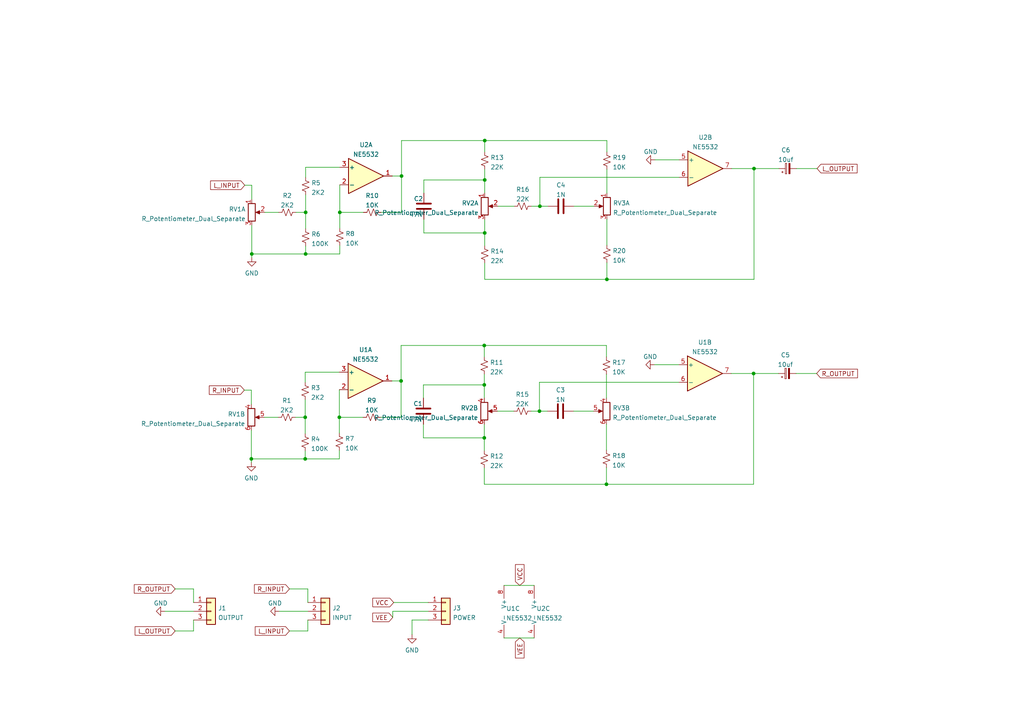
<source format=kicad_sch>
(kicad_sch (version 20211123) (generator eeschema)
  (paper "A4")
  (lib_symbols
    (symbol "Amplifier_Operational:NE5532" (pin_names (offset 0.127))
      (property "Reference" "U" (at 0 5.08 0))
      (property "Value" "NE5532" (at 0 -5.08 0))
      (symbol "NE5532_1_1"
        (polyline (pts (xy -5.08 5.08) (xy 5.08 0) (xy -5.08 -5.08) (xy -5.08 5.08)) (stroke (width 0.254)) (fill (type background)))
        (pin output line (at 7.62 0 180) (length 2.54) (name "~") (number "1"))
        (pin input line (at -7.62 -2.54 0) (length 2.54) (name "-") (number "2"))
        (pin input line (at -7.62 2.54 0) (length 2.54) (name "+") (number "3"))
      )
      (symbol "NE5532_2_1"
        (polyline (pts (xy -5.08 5.08) (xy 5.08 0) (xy -5.08 -5.08) (xy -5.08 5.08)) (stroke (width 0.254)) (fill (type background)))
        (pin input line (at -7.62 2.54 0) (length 2.54) (name "+") (number "5"))
        (pin input line (at -7.62 -2.54 0) (length 2.54) (name "-") (number "6"))
        (pin output line (at 7.62 0 180) (length 2.54) (name "~") (number "7"))
      )
      (symbol "NE5532_3_1"
        (pin power_in line (at -2.54 -7.62 90) (length 3.81) (name "V-") (number "4"))
        (pin power_in line (at -2.54 7.62 270) (length 3.81) (name "V+") (number "8"))
      )
    )
    (symbol "Connector_Generic:Conn_01x03" (pin_names (offset 1.016) hide)
      (property "Reference" "J" (at 0 5.08 0))
      (property "Value" "Conn_01x03" (at 0 -5.08 0))
      (symbol "Conn_01x03_1_1"
        (rectangle (start -1.27 -2.413) (end 0 -2.667) (stroke (width 0.1524)))
        (rectangle (start -1.27 0.127) (end 0 -0.127) (stroke (width 0.1524)))
        (rectangle (start -1.27 2.667) (end 0 2.413) (stroke (width 0.1524)))
        (rectangle (start -1.27 3.81) (end 1.27 -3.81) (stroke (width 0.254)) (fill (type background)))
        (pin passive line (at -5.08 2.54 0) (length 3.81) (name "Pin_1") (number "1"))
        (pin passive line (at -5.08 0 0) (length 3.81) (name "Pin_2") (number "2"))
        (pin passive line (at -5.08 -2.54 0) (length 3.81) (name "Pin_3") (number "3"))
      )
    )
    (symbol "Device:C" (pin_numbers hide) (pin_names (offset 0.254))
      (property "Reference" "C" (at 0.635 2.54 0))
      (property "Value" "C" (at 0.635 -2.54 0))
      (symbol "C_0_1"
        (polyline (pts (xy -2.032 -0.762) (xy 2.032 -0.762)) (stroke (width 0.508)))
        (polyline (pts (xy -2.032 0.762) (xy 2.032 0.762)) (stroke (width 0.508)))
      )
      (symbol "C_1_1"
        (pin passive line (at 0 3.81 270) (length 2.794) (name "~") (number "1"))
        (pin passive line (at 0 -3.81 90) (length 2.794) (name "~") (number "2"))
      )
    )
    (symbol "Device:C_Polarized_Small" (pin_numbers hide) (pin_names (offset 0.254) hide)
      (property "Reference" "C" (at 0.254 1.778 0))
      (property "Value" "C_Polarized_Small" (at 0.254 -2.032 0))
      (symbol "C_Polarized_Small_0_1"
        (rectangle (start -1.524 -0.3048) (end 1.524 -0.6858) (fill (type outline)))
        (rectangle (start -1.524 0.6858) (end 1.524 0.3048))
        (polyline (pts (xy -1.27 1.524) (xy -0.762 1.524)))
        (polyline (pts (xy -1.016 1.27) (xy -1.016 1.778)))
      )
      (symbol "C_Polarized_Small_1_1"
        (pin passive line (at 0 2.54 270) (length 1.8542) (name "~") (number "1"))
        (pin passive line (at 0 -2.54 90) (length 1.8542) (name "~") (number "2"))
      )
    )
    (symbol "Device:R_Potentiometer_Dual_Separate" (pin_names (offset 1.016) hide)
      (property "Reference" "RV" (at -4.445 0 90))
      (property "Value" "R_Potentiometer_Dual_Separate" (at -2.54 0 90))
      (symbol "R_Potentiometer_Dual_Separate_0_1"
        (polyline (pts (xy 2.54 0) (xy 1.524 0)))
        (polyline (pts (xy 1.143 0) (xy 2.286 0.508) (xy 2.286 -0.508) (xy 1.143 0)) (fill (type outline)))
        (rectangle (start 1.016 2.54) (end -1.016 -2.54) (stroke (width 0.254)))
      )
      (symbol "R_Potentiometer_Dual_Separate_1_1"
        (pin passive line (at 0 3.81 270) (length 1.27) (name "1") (number "1"))
        (pin passive line (at 3.81 0 180) (length 1.27) (name "2") (number "2"))
        (pin passive line (at 0 -3.81 90) (length 1.27) (name "3") (number "3"))
      )
      (symbol "R_Potentiometer_Dual_Separate_2_1"
        (pin passive line (at 0 3.81 270) (length 1.27) (name "4") (number "4"))
        (pin passive line (at 3.81 0 180) (length 1.27) (name "5") (number "5"))
        (pin passive line (at 0 -3.81 90) (length 1.27) (name "6") (number "6"))
      )
    )
    (symbol "Device:R_Small_US" (pin_numbers hide) (pin_names (offset 0.254) hide)
      (property "Reference" "R" (at 0.762 0.508 0))
      (property "Value" "R_Small_US" (at 0.762 -1.016 0))
      (symbol "R_Small_US_1_1"
        (polyline (pts (xy 0 0) (xy 1.016 -0.381) (xy 0 -0.762) (xy -1.016 -1.143) (xy 0 -1.524)))
        (polyline (pts (xy 0 1.524) (xy 1.016 1.143) (xy 0 0.762) (xy -1.016 0.381) (xy 0 0)))
        (pin passive line (at 0 2.54 270) (length 1.016) (name "~") (number "1"))
        (pin passive line (at 0 -2.54 90) (length 1.016) (name "~") (number "2"))
      )
    )
    (symbol "power:GND" (power) (pin_names (offset 0))
      (property "Value" "GND" (at 0 -3.81 0))
      (symbol "GND_0_1"
        (polyline (pts (xy 0 0) (xy 0 -1.27) (xy 1.27 -1.27) (xy 0 -2.54) (xy -1.27 -1.27) (xy 0 -1.27)))
      )
      (symbol "GND_1_1"
        (pin power_in line (at 0 0 270) (length 0) hide (name "GND") (number "1"))
      )
    )
  )
  (junction (at 116.459 51.054))
  (junction (at 73.025 73.66))
  (junction (at 88.519 133.096))
  (junction (at 140.589 67.564))
  (junction (at 140.589 40.767))
  (junction (at 175.895 140.462))
  (junction (at 176.022 81.026))
  (junction (at 72.898 133.096))
  (junction (at 218.694 48.895))
  (junction (at 98.552 61.595))
  (junction (at 140.589 52.197))
  (junction (at 218.567 108.331))
  (junction (at 156.591 59.817))
  (junction (at 88.646 73.66))
  (junction (at 140.462 100.203))
  (junction (at 116.332 110.49))
  (junction (at 140.462 111.633))
  (junction (at 98.425 121.031))
  (junction (at 88.519 121.031))
  (junction (at 140.462 127))
  (junction (at 88.646 61.595))
  (junction (at 156.464 119.253))
  (wire (pts (xy 218.694 48.895) (xy 225.933 48.895)))
  (wire (pts (xy 140.462 111.633) (xy 140.462 115.443)))
  (wire (pts (xy 140.589 44.069) (xy 140.589 40.767)))
  (wire (pts (xy 196.85 110.871) (xy 156.464 110.871)))
  (wire (pts (xy 72.898 113.157) (xy 72.898 117.221)))
  (wire (pts (xy 88.519 121.031) (xy 88.519 115.951)))
  (wire (pts (xy 156.591 51.435) (xy 156.591 59.817)))
  (wire (pts (xy 98.425 121.031) (xy 105.283 121.031)))
  (wire (pts (xy 140.589 52.197) (xy 140.589 56.007)))
  (wire (pts (xy 98.552 71.247) (xy 98.552 73.66)))
  (wire (pts (xy 140.462 108.585) (xy 140.462 111.633)))
  (wire (pts (xy 85.852 61.595) (xy 88.646 61.595)))
  (wire (pts (xy 156.464 119.253) (xy 158.75 119.253)))
  (wire (pts (xy 176.022 49.149) (xy 176.022 56.007)))
  (wire (pts (xy 70.866 113.157) (xy 72.898 113.157)))
  (wire (pts (xy 89.281 183.007) (xy 83.947 183.007)))
  (wire (pts (xy 144.272 119.253) (xy 148.971 119.253)))
  (wire (pts (xy 146.177 185.039) (xy 154.94 185.039)))
  (wire (pts (xy 176.022 44.069) (xy 176.022 40.767)))
  (wire (pts (xy 176.022 40.767) (xy 140.589 40.767)))
  (wire (pts (xy 196.977 51.435) (xy 156.591 51.435)))
  (wire (pts (xy 189.865 105.791) (xy 196.85 105.791)))
  (wire (pts (xy 88.646 61.595) (xy 88.646 56.515)))
  (wire (pts (xy 72.898 133.096) (xy 72.898 134.112)))
  (wire (pts (xy 98.425 107.95) (xy 88.519 107.95)))
  (wire (pts (xy 89.281 179.832) (xy 89.281 183.007)))
  (wire (pts (xy 144.399 59.817) (xy 149.098 59.817)))
  (wire (pts (xy 47.879 177.292) (xy 56.134 177.292)))
  (wire (pts (xy 56.134 183.007) (xy 50.8 183.007)))
  (wire (pts (xy 218.694 48.895) (xy 218.694 81.026)))
  (wire (pts (xy 176.022 63.627) (xy 176.022 71.12)))
  (wire (pts (xy 176.022 81.026) (xy 140.589 81.026)))
  (wire (pts (xy 113.919 177.292) (xy 113.919 179.07)))
  (wire (pts (xy 56.134 170.815) (xy 56.134 174.752)))
  (wire (pts (xy 154.178 59.817) (xy 156.591 59.817)))
  (wire (pts (xy 116.332 110.49) (xy 116.332 121.031)))
  (wire (pts (xy 116.459 40.767) (xy 116.459 51.054)))
  (wire (pts (xy 140.462 100.203) (xy 116.332 100.203)))
  (wire (pts (xy 81.026 177.292) (xy 89.281 177.292)))
  (wire (pts (xy 230.886 108.331) (xy 236.855 108.331)))
  (wire (pts (xy 114.173 174.752) (xy 124.206 174.752)))
  (wire (pts (xy 146.177 169.799) (xy 154.94 169.799)))
  (wire (pts (xy 218.567 140.462) (xy 175.895 140.462)))
  (wire (pts (xy 218.694 81.026) (xy 176.022 81.026)))
  (wire (pts (xy 166.497 59.817) (xy 172.212 59.817)))
  (wire (pts (xy 98.425 113.03) (xy 98.425 121.031)))
  (wire (pts (xy 212.09 108.331) (xy 218.567 108.331)))
  (wire (pts (xy 113.665 110.49) (xy 116.332 110.49)))
  (wire (pts (xy 88.519 121.031) (xy 88.519 125.73)))
  (wire (pts (xy 98.425 133.096) (xy 88.519 133.096)))
  (wire (pts (xy 119.507 179.832) (xy 124.206 179.832)))
  (wire (pts (xy 231.013 48.895) (xy 236.982 48.895)))
  (wire (pts (xy 140.589 67.564) (xy 140.589 71.247)))
  (wire (pts (xy 140.589 49.149) (xy 140.589 52.197)))
  (wire (pts (xy 73.025 65.405) (xy 73.025 73.66)))
  (wire (pts (xy 98.552 61.595) (xy 105.41 61.595)))
  (wire (pts (xy 116.459 61.595) (xy 110.49 61.595)))
  (wire (pts (xy 189.992 46.355) (xy 196.977 46.355)))
  (wire (pts (xy 156.591 59.817) (xy 158.877 59.817)))
  (wire (pts (xy 73.025 53.721) (xy 73.025 57.785)))
  (wire (pts (xy 98.552 53.594) (xy 98.552 61.595)))
  (wire (pts (xy 70.993 53.721) (xy 73.025 53.721)))
  (wire (pts (xy 98.552 61.595) (xy 98.552 66.167)))
  (wire (pts (xy 175.895 123.063) (xy 175.895 130.556)))
  (wire (pts (xy 140.589 40.767) (xy 116.459 40.767)))
  (wire (pts (xy 89.281 170.815) (xy 89.281 174.752)))
  (wire (pts (xy 88.646 73.66) (xy 73.025 73.66)))
  (wire (pts (xy 140.462 123.063) (xy 140.462 127)))
  (wire (pts (xy 116.332 121.031) (xy 110.363 121.031)))
  (wire (pts (xy 122.809 123.063) (xy 122.809 127)))
  (wire (pts (xy 50.8 170.815) (xy 56.134 170.815)))
  (wire (pts (xy 156.464 110.871) (xy 156.464 119.253)))
  (wire (pts (xy 76.835 61.595) (xy 80.772 61.595)))
  (wire (pts (xy 175.895 103.505) (xy 175.895 100.203)))
  (wire (pts (xy 140.462 127) (xy 140.462 130.683)))
  (wire (pts (xy 122.936 63.627) (xy 122.936 67.564)))
  (wire (pts (xy 88.519 107.95) (xy 88.519 110.871)))
  (wire (pts (xy 122.809 127) (xy 140.462 127)))
  (wire (pts (xy 218.567 108.331) (xy 218.567 140.462)))
  (wire (pts (xy 116.332 100.203) (xy 116.332 110.49)))
  (wire (pts (xy 88.646 71.374) (xy 88.646 73.66)))
  (wire (pts (xy 98.552 48.514) (xy 88.646 48.514)))
  (wire (pts (xy 85.725 121.031) (xy 88.519 121.031)))
  (wire (pts (xy 88.519 133.096) (xy 72.898 133.096)))
  (wire (pts (xy 98.425 130.683) (xy 98.425 133.096)))
  (wire (pts (xy 88.519 130.81) (xy 88.519 133.096)))
  (wire (pts (xy 166.37 119.253) (xy 172.085 119.253)))
  (wire (pts (xy 88.646 61.595) (xy 88.646 66.294)))
  (wire (pts (xy 154.051 119.253) (xy 156.464 119.253)))
  (wire (pts (xy 175.895 140.462) (xy 140.462 140.462)))
  (wire (pts (xy 176.022 76.2) (xy 176.022 81.026)))
  (wire (pts (xy 72.898 124.841) (xy 72.898 133.096)))
  (wire (pts (xy 122.936 67.564) (xy 140.589 67.564)))
  (wire (pts (xy 140.589 63.627) (xy 140.589 67.564)))
  (wire (pts (xy 175.895 100.203) (xy 140.462 100.203)))
  (wire (pts (xy 88.646 48.514) (xy 88.646 51.435)))
  (wire (pts (xy 218.567 108.331) (xy 225.806 108.331)))
  (wire (pts (xy 98.425 121.031) (xy 98.425 125.603)))
  (wire (pts (xy 56.134 179.832) (xy 56.134 183.007)))
  (wire (pts (xy 113.792 51.054) (xy 116.459 51.054)))
  (wire (pts (xy 212.217 48.895) (xy 218.694 48.895)))
  (wire (pts (xy 140.589 81.026) (xy 140.589 76.327)))
  (wire (pts (xy 122.936 52.197) (xy 140.589 52.197)))
  (wire (pts (xy 73.025 73.66) (xy 73.025 74.676)))
  (wire (pts (xy 76.708 121.031) (xy 80.645 121.031)))
  (wire (pts (xy 122.936 56.007) (xy 122.936 52.197)))
  (wire (pts (xy 175.895 108.585) (xy 175.895 115.443)))
  (wire (pts (xy 140.462 140.462) (xy 140.462 135.763)))
  (wire (pts (xy 83.947 170.815) (xy 89.281 170.815)))
  (wire (pts (xy 116.459 51.054) (xy 116.459 61.595)))
  (wire (pts (xy 175.895 135.636) (xy 175.895 140.462)))
  (wire (pts (xy 122.809 115.443) (xy 122.809 111.633)))
  (wire (pts (xy 98.552 73.66) (xy 88.646 73.66)))
  (wire (pts (xy 140.462 103.505) (xy 140.462 100.203)))
  (wire (pts (xy 122.809 111.633) (xy 140.462 111.633)))
  (wire (pts (xy 119.507 184.023) (xy 119.507 179.832)))
  (wire (pts (xy 124.206 177.292) (xy 113.919 177.292)))
  (global_label "L_INPUT" (shape input) (at 70.993 53.721 180) (property "Intersheet References" "${INTERSHEET_REFS}" (effects hide)))
  (global_label "VCC" (shape input) (at 114.173 174.752 180) (property "Intersheet References" "${INTERSHEET_REFS}" (effects hide)))
  (global_label "R_INPUT" (shape input) (at 83.947 170.815 180) (property "Intersheet References" "${INTERSHEET_REFS}" (effects hide)))
  (global_label "VCC" (shape input) (at 150.749 169.799 90) (property "Intersheet References" "${INTERSHEET_REFS}" (effects hide)))
  (global_label "VEE" (shape input) (at 113.919 179.07 180) (property "Intersheet References" "${INTERSHEET_REFS}" (effects hide)))
  (global_label "R_INPUT" (shape input) (at 70.866 113.157 180) (property "Intersheet References" "${INTERSHEET_REFS}" (effects hide)))
  (global_label "L_OUTPUT" (shape input) (at 236.982 48.895 0) (property "Intersheet References" "${INTERSHEET_REFS}" (effects hide)))
  (global_label "R_OUTPUT" (shape input) (at 236.855 108.331 0) (property "Intersheet References" "${INTERSHEET_REFS}" (effects hide)))
  (global_label "R_OUTPUT" (shape input) (at 50.8 170.815 180) (property "Intersheet References" "${INTERSHEET_REFS}" (effects hide)))
  (global_label "VEE" (shape input) (at 150.749 185.039 270) (property "Intersheet References" "${INTERSHEET_REFS}" (effects hide)))
  (global_label "L_INPUT" (shape input) (at 83.947 183.007 180) (property "Intersheet References" "${INTERSHEET_REFS}" (effects hide)))
  (global_label "L_OUTPUT" (shape input) (at 50.8 183.007 180) (property "Intersheet References" "${INTERSHEET_REFS}" (effects hide)))
  (symbol (lib_id "Device:C") (at 122.936 59.817 0) (unit 1)
    (property "Reference" "C2" (at 120.015 57.658 0) (effects (justify left)))
    (property "Value" "47N" (at 118.618 62.23 0) (effects (justify left)))
    (property "Footprint" "Capacitor_SMD:C_1210_3225Metric" (effects hide))
  )
  (symbol (lib_id "Connector_Generic:Conn_01x03") (at 61.214 177.292 0) (unit 1)
    (property "Reference" "J1" (at 63.246 176.3835 0) (effects (justify left)))
    (property "Value" "OUTPUT" (at 63.246 179.1586 0) (effects (justify left)))
    (property "Footprint" "Connector_JST:JST_EH_B3B-EH-A_1x03_P2.50mm_Vertical" (effects hide))
  )
  (symbol (lib_id "power:GND") (at 119.507 184.023 0) (unit 1)
    (property "Reference" "#PWR0101" (effects hide))
    (property "Value" "GND" (at 119.507 188.5855 0))
  )
  (symbol (lib_id "Device:R_Small_US") (at 176.022 73.66 180) (unit 1)
    (property "Reference" "R20" (at 177.673 72.7515 0) (effects (justify right)))
    (property "Value" "10K" (at 177.673 75.5266 0) (effects (justify right)))
    (property "Footprint" "Resistor_SMD:R_0805_2012Metric" (effects hide))
  )
  (symbol (lib_id "Device:R_Small_US") (at 151.638 59.817 270) (unit 1)
    (property "Reference" "R16" (at 151.638 54.9615 90))
    (property "Value" "22K" (at 151.638 57.7366 90))
    (property "Footprint" "Resistor_SMD:R_0805_2012Metric" (effects hide))
  )
  (symbol (lib_id "power:GND") (at 72.898 134.112 0) (unit 1)
    (property "Reference" "#PWR0107" (effects hide))
    (property "Value" "GND" (at 72.898 138.6745 0))
  )
  (symbol (lib_id "Device:R_Small_US") (at 176.022 46.609 180) (unit 1)
    (property "Reference" "R19" (at 177.673 45.7005 0) (effects (justify right)))
    (property "Value" "10K" (at 177.673 48.4756 0) (effects (justify right)))
    (property "Footprint" "Resistor_SMD:R_0805_2012Metric" (effects hide))
  )
  (symbol (lib_id "Device:R_Small_US") (at 98.425 128.143 180) (unit 1)
    (property "Reference" "R7" (at 100.076 127.2345 0) (effects (justify right)))
    (property "Value" "10K" (at 100.076 130.0096 0) (effects (justify right)))
    (property "Footprint" "Resistor_SMD:R_0805_2012Metric" (effects hide))
  )
  (symbol (lib_id "Device:R_Potentiometer_Dual_Separate") (at 176.022 59.817 0) (mirror y) (unit 1)
    (property "Reference" "RV3" (at 177.8 58.9085 0) (effects (justify right)))
    (property "Value" "R_Potentiometer_Dual_Separate" (at 177.8 61.6836 0) (effects (justify right)))
    (property "Footprint" "Potentiometer_THT:Potentiometer_Alpha_RD902F-40-00D_Dual_Vertical" (effects hide))
  )
  (symbol (lib_id "Amplifier_Operational:NE5532") (at 106.045 110.49 0) (unit 1)
    (property "Reference" "U1" (at 106.045 101.4435 0))
    (property "Value" "NE5532" (at 106.045 104.2186 0))
    (property "Footprint" "Package_DIP:DIP-8_W7.62mm_Socket" (effects hide))
    (property "Datasheet" "http://www.ti.com/lit/ds/symlink/ne5532.pdf" (effects hide))
  )
  (symbol (lib_id "Device:R_Potentiometer_Dual_Separate") (at 140.462 119.253 0) (unit 2)
    (property "Reference" "RV2" (at 138.684 118.3445 0) (effects (justify right)))
    (property "Value" "R_Potentiometer_Dual_Separate" (at 138.684 121.1196 0) (effects (justify right)))
    (property "Footprint" "Potentiometer_THT:Potentiometer_Alpha_RD902F-40-00D_Dual_Vertical" (effects hide))
  )
  (symbol (lib_id "Device:R_Small_US") (at 88.519 128.27 180) (unit 1)
    (property "Reference" "R4" (at 90.17 127.3615 0) (effects (justify right)))
    (property "Value" "100K" (at 90.17 130.1366 0) (effects (justify right)))
    (property "Footprint" "Resistor_SMD:R_0805_2012Metric" (effects hide))
  )
  (symbol (lib_id "Connector_Generic:Conn_01x03") (at 129.286 177.292 0) (unit 1)
    (property "Reference" "J3" (at 131.318 176.3835 0) (effects (justify left)))
    (property "Value" "POWER" (at 131.318 179.1586 0) (effects (justify left)))
    (property "Footprint" "Connector_JST:JST_EH_B3B-EH-A_1x03_P2.50mm_Vertical" (effects hide))
  )
  (symbol (lib_id "power:GND") (at 47.879 177.292 270) (unit 1)
    (property "Reference" "#PWR0105" (effects hide))
    (property "Value" "GND" (at 46.609 174.9575 90))
  )
  (symbol (lib_id "Device:C_Polarized_Small") (at 228.473 48.895 90) (unit 1)
    (property "Reference" "C6" (at 227.9269 43.5315 90))
    (property "Value" "10uf" (at 227.9269 46.3066 90))
    (property "Footprint" "Capacitor_SMD:CP_Elec_6.3x5.4_Nichicon" (effects hide))
  )
  (symbol (lib_id "Amplifier_Operational:NE5532") (at 157.48 177.419 0) (unit 3)
    (property "Reference" "U2" (at 155.575 176.5105 0) (effects (justify left)))
    (property "Value" "NE5532" (at 155.575 179.2856 0) (effects (justify left)))
    (property "Footprint" "Package_DIP:DIP-8_W7.62mm_Socket" (effects hide))
    (property "Datasheet" "http://www.ti.com/lit/ds/symlink/ne5532.pdf" (effects hide))
  )
  (symbol (lib_id "Device:R_Small_US") (at 107.95 61.595 270) (unit 1)
    (property "Reference" "R10" (at 107.95 56.7395 90))
    (property "Value" "10K" (at 107.95 59.5146 90))
    (property "Footprint" "Resistor_SMD:R_0805_2012Metric" (effects hide))
  )
  (symbol (lib_id "Device:R_Small_US") (at 107.823 121.031 270) (unit 1)
    (property "Reference" "R9" (at 107.823 116.1755 90))
    (property "Value" "10K" (at 107.823 118.9506 90))
    (property "Footprint" "Resistor_SMD:R_0805_2012Metric" (effects hide))
  )
  (symbol (lib_id "Device:R_Small_US") (at 98.552 68.707 180) (unit 1)
    (property "Reference" "R8" (at 100.203 67.7985 0) (effects (justify right)))
    (property "Value" "10K" (at 100.203 70.5736 0) (effects (justify right)))
    (property "Footprint" "Resistor_SMD:R_0805_2012Metric" (effects hide))
  )
  (symbol (lib_id "Device:R_Small_US") (at 88.646 53.975 180) (unit 1)
    (property "Reference" "R5" (at 90.297 53.0665 0) (effects (justify right)))
    (property "Value" "2K2" (at 90.297 55.8416 0) (effects (justify right)))
    (property "Footprint" "Resistor_SMD:R_0805_2012Metric" (effects hide))
  )
  (symbol (lib_id "Connector_Generic:Conn_01x03") (at 94.361 177.292 0) (unit 1)
    (property "Reference" "J2" (at 96.393 176.3835 0) (effects (justify left)))
    (property "Value" "INPUT" (at 96.393 179.1586 0) (effects (justify left)))
    (property "Footprint" "Connector_JST:JST_EH_B3B-EH-A_1x03_P2.50mm_Vertical" (effects hide))
  )
  (symbol (lib_id "Device:C") (at 162.687 59.817 90) (unit 1)
    (property "Reference" "C4" (at 162.687 53.6915 90))
    (property "Value" "1N" (at 162.687 56.4666 90))
    (property "Footprint" "Capacitor_SMD:C_1210_3225Metric" (effects hide))
  )
  (symbol (lib_id "Device:R_Small_US") (at 88.519 113.411 180) (unit 1)
    (property "Reference" "R3" (at 90.17 112.5025 0) (effects (justify right)))
    (property "Value" "2K2" (at 90.17 115.2776 0) (effects (justify right)))
    (property "Footprint" "Resistor_SMD:R_0805_2012Metric" (effects hide))
  )
  (symbol (lib_id "power:GND") (at 81.026 177.292 270) (unit 1)
    (property "Reference" "#PWR0106" (effects hide))
    (property "Value" "GND" (at 79.756 174.9575 90))
  )
  (symbol (lib_id "Amplifier_Operational:NE5532") (at 106.172 51.054 0) (unit 1)
    (property "Reference" "U2" (at 106.172 42.0075 0))
    (property "Value" "NE5532" (at 106.172 44.7826 0))
    (property "Footprint" "Package_DIP:DIP-8_W7.62mm_Socket" (effects hide))
    (property "Datasheet" "http://www.ti.com/lit/ds/symlink/ne5532.pdf" (effects hide))
  )
  (symbol (lib_id "Device:C") (at 162.56 119.253 90) (unit 1)
    (property "Reference" "C3" (at 162.56 113.1275 90))
    (property "Value" "1N" (at 162.56 115.9026 90))
    (property "Footprint" "Capacitor_SMD:C_1210_3225Metric" (effects hide))
  )
  (symbol (lib_id "Device:R_Potentiometer_Dual_Separate") (at 73.025 61.595 0) (unit 1)
    (property "Reference" "RV1" (at 71.247 60.6865 0) (effects (justify right)))
    (property "Value" "R_Potentiometer_Dual_Separate" (at 71.247 63.4616 0) (effects (justify right)))
    (property "Footprint" "Custom Library:ALPS RS60112" (effects hide))
  )
  (symbol (lib_id "Device:C") (at 122.809 119.253 0) (unit 1)
    (property "Reference" "C1" (at 119.888 117.094 0) (effects (justify left)))
    (property "Value" "47N" (at 118.491 121.666 0) (effects (justify left)))
    (property "Footprint" "Capacitor_SMD:C_1210_3225Metric" (effects hide))
  )
  (symbol (lib_id "power:GND") (at 73.025 74.676 0) (unit 1)
    (property "Reference" "#PWR0104" (effects hide))
    (property "Value" "GND" (at 73.025 79.2385 0))
  )
  (symbol (lib_id "Amplifier_Operational:NE5532") (at 204.597 48.895 0) (unit 2)
    (property "Reference" "U2" (at 204.597 39.8485 0))
    (property "Value" "NE5532" (at 204.597 42.6236 0))
    (property "Footprint" "Package_DIP:DIP-8_W7.62mm_Socket" (effects hide))
    (property "Datasheet" "http://www.ti.com/lit/ds/symlink/ne5532.pdf" (effects hide))
  )
  (symbol (lib_id "Device:R_Small_US") (at 88.646 68.834 180) (unit 1)
    (property "Reference" "R6" (at 90.297 67.9255 0) (effects (justify right)))
    (property "Value" "100K" (at 90.297 70.7006 0) (effects (justify right)))
    (property "Footprint" "Resistor_SMD:R_0805_2012Metric" (effects hide))
  )
  (symbol (lib_id "Amplifier_Operational:NE5532") (at 204.47 108.331 0) (unit 2)
    (property "Reference" "U1" (at 204.47 99.2845 0))
    (property "Value" "NE5532" (at 204.47 102.0596 0))
    (property "Footprint" "Package_DIP:DIP-8_W7.62mm_Socket" (effects hide))
    (property "Datasheet" "http://www.ti.com/lit/ds/symlink/ne5532.pdf" (effects hide))
  )
  (symbol (lib_id "Device:R_Potentiometer_Dual_Separate") (at 140.589 59.817 0) (unit 1)
    (property "Reference" "RV2" (at 138.811 58.9085 0) (effects (justify right)))
    (property "Value" "R_Potentiometer_Dual_Separate" (at 138.811 61.6836 0) (effects (justify right)))
    (property "Footprint" "Potentiometer_THT:Potentiometer_Alpha_RD902F-40-00D_Dual_Vertical" (effects hide))
  )
  (symbol (lib_id "Device:C_Polarized_Small") (at 228.346 108.331 90) (unit 1)
    (property "Reference" "C5" (at 227.7999 102.9675 90))
    (property "Value" "10uf" (at 227.7999 105.7426 90))
    (property "Footprint" "Capacitor_SMD:CP_Elec_6.3x5.4_Nichicon" (effects hide))
  )
  (symbol (lib_id "Device:R_Small_US") (at 175.895 133.096 180) (unit 1)
    (property "Reference" "R18" (at 177.546 132.1875 0) (effects (justify right)))
    (property "Value" "10K" (at 177.546 134.9626 0) (effects (justify right)))
    (property "Footprint" "Resistor_SMD:R_0805_2012Metric" (effects hide))
  )
  (symbol (lib_id "Device:R_Small_US") (at 83.312 61.595 90) (unit 1)
    (property "Reference" "R2" (at 83.312 56.7395 90))
    (property "Value" "2K2" (at 83.312 59.5146 90))
    (property "Footprint" "Resistor_SMD:R_0805_2012Metric" (effects hide))
  )
  (symbol (lib_id "Device:R_Potentiometer_Dual_Separate") (at 72.898 121.031 0) (unit 2)
    (property "Reference" "RV1" (at 71.12 120.1225 0) (effects (justify right)))
    (property "Value" "R_Potentiometer_Dual_Separate" (at 71.12 122.8976 0) (effects (justify right)))
    (property "Footprint" "Custom Library:ALPS RS60112" (effects hide))
  )
  (symbol (lib_id "Device:R_Small_US") (at 83.185 121.031 90) (unit 1)
    (property "Reference" "R1" (at 83.185 116.1755 90))
    (property "Value" "2K2" (at 83.185 118.9506 90))
    (property "Footprint" "Resistor_SMD:R_0805_2012Metric" (effects hide))
  )
  (symbol (lib_id "Device:R_Potentiometer_Dual_Separate") (at 175.895 119.253 0) (mirror y) (unit 2)
    (property "Reference" "RV3" (at 177.673 118.3445 0) (effects (justify right)))
    (property "Value" "R_Potentiometer_Dual_Separate" (at 177.673 121.1196 0) (effects (justify right)))
    (property "Footprint" "Potentiometer_THT:Potentiometer_Alpha_RD902F-40-00D_Dual_Vertical" (effects hide))
  )
  (symbol (lib_id "Device:R_Small_US") (at 151.511 119.253 270) (unit 1)
    (property "Reference" "R15" (at 151.511 114.3975 90))
    (property "Value" "22K" (at 151.511 117.1726 90))
    (property "Footprint" "Resistor_SMD:R_0805_2012Metric" (effects hide))
  )
  (symbol (lib_id "Device:R_Small_US") (at 175.895 106.045 180) (unit 1)
    (property "Reference" "R17" (at 177.546 105.1365 0) (effects (justify right)))
    (property "Value" "10K" (at 177.546 107.9116 0) (effects (justify right)))
    (property "Footprint" "Resistor_SMD:R_0805_2012Metric" (effects hide))
  )
  (symbol (lib_id "Device:R_Small_US") (at 140.589 46.609 180) (unit 1)
    (property "Reference" "R13" (at 142.24 45.7005 0) (effects (justify right)))
    (property "Value" "22K" (at 142.24 48.4756 0) (effects (justify right)))
    (property "Footprint" "Resistor_SMD:R_0805_2012Metric" (effects hide))
  )
  (symbol (lib_id "power:GND") (at 189.865 105.791 270) (unit 1)
    (property "Reference" "#PWR0102" (effects hide))
    (property "Value" "GND" (at 188.595 103.4565 90))
  )
  (symbol (lib_id "power:GND") (at 189.992 46.355 270) (unit 1)
    (property "Reference" "#PWR0103" (effects hide))
    (property "Value" "GND" (at 188.722 44.0205 90))
  )
  (symbol (lib_id "Device:R_Small_US") (at 140.462 133.223 180) (unit 1)
    (property "Reference" "R12" (at 142.113 132.3145 0) (effects (justify right)))
    (property "Value" "22K" (at 142.113 135.0896 0) (effects (justify right)))
    (property "Footprint" "Resistor_SMD:R_0805_2012Metric" (effects hide))
  )
  (symbol (lib_id "Amplifier_Operational:NE5532") (at 148.717 177.419 0) (unit 3)
    (property "Reference" "U1" (at 146.812 176.5105 0) (effects (justify left)))
    (property "Value" "NE5532" (at 146.812 179.2856 0) (effects (justify left)))
    (property "Footprint" "Package_DIP:DIP-8_W7.62mm_Socket" (effects hide))
    (property "Datasheet" "http://www.ti.com/lit/ds/symlink/ne5532.pdf" (effects hide))
  )
  (symbol (lib_id "Device:R_Small_US") (at 140.462 106.045 180) (unit 1)
    (property "Reference" "R11" (at 142.113 105.1365 0) (effects (justify right)))
    (property "Value" "22K" (at 142.113 107.9116 0) (effects (justify right)))
    (property "Footprint" "Resistor_SMD:R_0805_2012Metric" (effects hide))
  )
  (symbol (lib_id "Device:R_Small_US") (at 140.589 73.787 180) (unit 1)
    (property "Reference" "R14" (at 142.24 72.8785 0) (effects (justify right)))
    (property "Value" "22K" (at 142.24 75.6536 0) (effects (justify right)))
    (property "Footprint" "Resistor_SMD:R_0805_2012Metric" (effects hide))
  )
)
</source>
